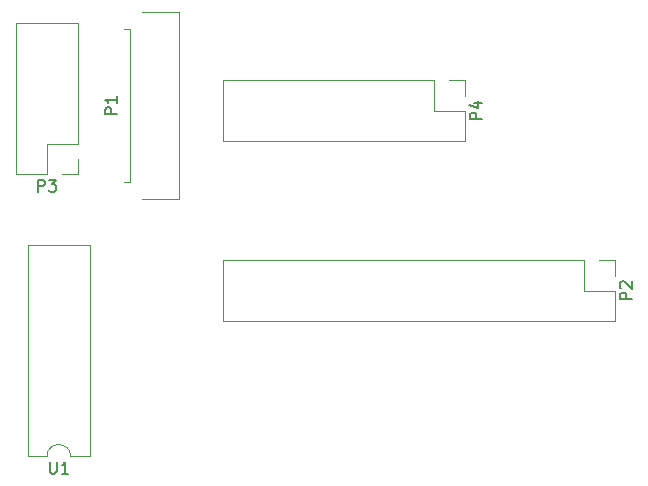
<source format=gbr>
%TF.GenerationSoftware,KiCad,Pcbnew,(5.1.8)-1*%
%TF.CreationDate,2021-08-01T10:57:51-04:00*%
%TF.ProjectId,p3_dx robot controller,70335f64-7820-4726-9f62-6f7420636f6e,rev?*%
%TF.SameCoordinates,Original*%
%TF.FileFunction,Legend,Top*%
%TF.FilePolarity,Positive*%
%FSLAX46Y46*%
G04 Gerber Fmt 4.6, Leading zero omitted, Abs format (unit mm)*
G04 Created by KiCad (PCBNEW (5.1.8)-1) date 2021-08-01 10:57:51*
%MOMM*%
%LPD*%
G01*
G04 APERTURE LIST*
%ADD10C,0.120000*%
%ADD11C,0.150000*%
G04 APERTURE END LIST*
D10*
%TO.C,P1*%
X13168000Y-9559000D02*
X13168000Y-9579000D01*
X13668000Y-9559000D02*
X13168000Y-9559000D01*
X13668000Y-22589000D02*
X13668000Y-9559000D01*
X13168000Y-22589000D02*
X13668000Y-22589000D01*
X13168000Y-22569000D02*
X13168000Y-22589000D01*
X17758000Y-8139000D02*
X14683000Y-8139000D01*
X17758000Y-24009000D02*
X17758000Y-8139000D01*
X14683000Y-24009000D02*
X17758000Y-24009000D01*
%TO.C,P2*%
X54670000Y-29150000D02*
X54670000Y-30480000D01*
X53340000Y-29150000D02*
X54670000Y-29150000D01*
X54670000Y-31750000D02*
X54670000Y-34350000D01*
X52070000Y-31750000D02*
X54670000Y-31750000D01*
X52070000Y-29150000D02*
X52070000Y-31750000D01*
X54670000Y-34350000D02*
X21530000Y-34350000D01*
X52070000Y-29150000D02*
X21530000Y-29150000D01*
X21530000Y-29150000D02*
X21530000Y-34350000D01*
%TO.C,P3*%
X9204000Y-21904000D02*
X7874000Y-21904000D01*
X9204000Y-20574000D02*
X9204000Y-21904000D01*
X6604000Y-21904000D02*
X4004000Y-21904000D01*
X6604000Y-19304000D02*
X6604000Y-21904000D01*
X9204000Y-19304000D02*
X6604000Y-19304000D01*
X4004000Y-21904000D02*
X4004000Y-9084000D01*
X9204000Y-19304000D02*
X9204000Y-9084000D01*
X9204000Y-9084000D02*
X4004000Y-9084000D01*
%TO.C,P4*%
X41970000Y-13910000D02*
X41970000Y-15240000D01*
X40640000Y-13910000D02*
X41970000Y-13910000D01*
X41970000Y-16510000D02*
X41970000Y-19110000D01*
X39370000Y-16510000D02*
X41970000Y-16510000D01*
X39370000Y-13910000D02*
X39370000Y-16510000D01*
X41970000Y-19110000D02*
X21530000Y-19110000D01*
X39370000Y-13910000D02*
X21530000Y-13910000D01*
X21530000Y-13910000D02*
X21530000Y-19110000D01*
%TO.C,U1*%
X4970000Y-45780000D02*
X6620000Y-45780000D01*
X4970000Y-27880000D02*
X4970000Y-45780000D01*
X10270000Y-27880000D02*
X4970000Y-27880000D01*
X10270000Y-45780000D02*
X10270000Y-27880000D01*
X8620000Y-45780000D02*
X10270000Y-45780000D01*
X6620000Y-45780000D02*
G75*
G02*
X8620000Y-45780000I1000000J0D01*
G01*
%TO.C,P1*%
D11*
X12530380Y-16812095D02*
X11530380Y-16812095D01*
X11530380Y-16431142D01*
X11578000Y-16335904D01*
X11625619Y-16288285D01*
X11720857Y-16240666D01*
X11863714Y-16240666D01*
X11958952Y-16288285D01*
X12006571Y-16335904D01*
X12054190Y-16431142D01*
X12054190Y-16812095D01*
X12530380Y-15288285D02*
X12530380Y-15859714D01*
X12530380Y-15574000D02*
X11530380Y-15574000D01*
X11673238Y-15669238D01*
X11768476Y-15764476D01*
X11816095Y-15859714D01*
%TO.C,P2*%
X56122380Y-32488095D02*
X55122380Y-32488095D01*
X55122380Y-32107142D01*
X55170000Y-32011904D01*
X55217619Y-31964285D01*
X55312857Y-31916666D01*
X55455714Y-31916666D01*
X55550952Y-31964285D01*
X55598571Y-32011904D01*
X55646190Y-32107142D01*
X55646190Y-32488095D01*
X55217619Y-31535714D02*
X55170000Y-31488095D01*
X55122380Y-31392857D01*
X55122380Y-31154761D01*
X55170000Y-31059523D01*
X55217619Y-31011904D01*
X55312857Y-30964285D01*
X55408095Y-30964285D01*
X55550952Y-31011904D01*
X56122380Y-31583333D01*
X56122380Y-30964285D01*
%TO.C,P3*%
X5865904Y-23356380D02*
X5865904Y-22356380D01*
X6246857Y-22356380D01*
X6342095Y-22404000D01*
X6389714Y-22451619D01*
X6437333Y-22546857D01*
X6437333Y-22689714D01*
X6389714Y-22784952D01*
X6342095Y-22832571D01*
X6246857Y-22880190D01*
X5865904Y-22880190D01*
X6770666Y-22356380D02*
X7389714Y-22356380D01*
X7056380Y-22737333D01*
X7199238Y-22737333D01*
X7294476Y-22784952D01*
X7342095Y-22832571D01*
X7389714Y-22927809D01*
X7389714Y-23165904D01*
X7342095Y-23261142D01*
X7294476Y-23308761D01*
X7199238Y-23356380D01*
X6913523Y-23356380D01*
X6818285Y-23308761D01*
X6770666Y-23261142D01*
%TO.C,P4*%
X43422380Y-17248095D02*
X42422380Y-17248095D01*
X42422380Y-16867142D01*
X42470000Y-16771904D01*
X42517619Y-16724285D01*
X42612857Y-16676666D01*
X42755714Y-16676666D01*
X42850952Y-16724285D01*
X42898571Y-16771904D01*
X42946190Y-16867142D01*
X42946190Y-17248095D01*
X42755714Y-15819523D02*
X43422380Y-15819523D01*
X42374761Y-16057619D02*
X43089047Y-16295714D01*
X43089047Y-15676666D01*
%TO.C,U1*%
X6858095Y-46232380D02*
X6858095Y-47041904D01*
X6905714Y-47137142D01*
X6953333Y-47184761D01*
X7048571Y-47232380D01*
X7239047Y-47232380D01*
X7334285Y-47184761D01*
X7381904Y-47137142D01*
X7429523Y-47041904D01*
X7429523Y-46232380D01*
X8429523Y-47232380D02*
X7858095Y-47232380D01*
X8143809Y-47232380D02*
X8143809Y-46232380D01*
X8048571Y-46375238D01*
X7953333Y-46470476D01*
X7858095Y-46518095D01*
%TD*%
M02*

</source>
